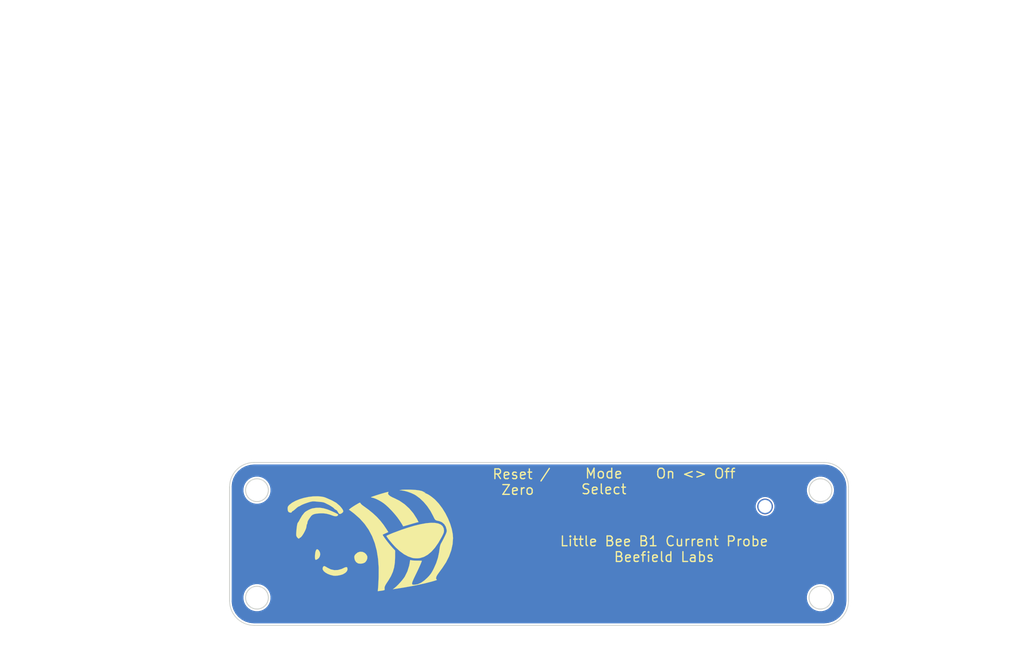
<source format=kicad_pcb>
(kicad_pcb (version 20171130) (host pcbnew 5.1.8-db9833491~87~ubuntu20.04.1)

  (general
    (thickness 1.6)
    (drawings 24)
    (tracks 169)
    (zones 0)
    (modules 1)
    (nets 1)
  )

  (page A4)
  (layers
    (0 F.Cu signal)
    (31 B.Cu signal)
    (32 B.Adhes user)
    (33 F.Adhes user)
    (34 B.Paste user)
    (35 F.Paste user)
    (36 B.SilkS user)
    (37 F.SilkS user)
    (38 B.Mask user)
    (39 F.Mask user)
    (40 Dwgs.User user)
    (41 Cmts.User user)
    (42 Eco1.User user)
    (43 Eco2.User user)
    (44 Edge.Cuts user)
    (45 Margin user)
    (46 B.CrtYd user)
    (47 F.CrtYd user)
    (48 B.Fab user)
    (49 F.Fab user)
  )

  (setup
    (last_trace_width 0.127)
    (user_trace_width 0.127)
    (user_trace_width 0.16)
    (user_trace_width 0.24)
    (user_trace_width 0.36)
    (trace_clearance 0.127)
    (zone_clearance 0.24)
    (zone_45_only no)
    (trace_min 0.127)
    (via_size 0.6)
    (via_drill 0.3)
    (via_min_size 0.6)
    (via_min_drill 0.3)
    (user_via 0.6 0.3)
    (user_via 0.8 0.4)
    (uvia_size 0.3)
    (uvia_drill 0.1)
    (uvias_allowed no)
    (uvia_min_size 0.2)
    (uvia_min_drill 0.1)
    (edge_width 0.15)
    (segment_width 0.2)
    (pcb_text_width 0.3)
    (pcb_text_size 1.5 1.5)
    (mod_edge_width 0.15)
    (mod_text_size 1 1)
    (mod_text_width 0.15)
    (pad_size 1.524 1.524)
    (pad_drill 0.762)
    (pad_to_mask_clearance 0.05)
    (solder_mask_min_width 0.099)
    (aux_axis_origin 0 0)
    (visible_elements FFFFFF3F)
    (pcbplotparams
      (layerselection 0x010f0_ffffffff)
      (usegerberextensions false)
      (usegerberattributes false)
      (usegerberadvancedattributes false)
      (creategerberjobfile false)
      (excludeedgelayer true)
      (linewidth 0.100000)
      (plotframeref false)
      (viasonmask false)
      (mode 1)
      (useauxorigin false)
      (hpglpennumber 1)
      (hpglpenspeed 20)
      (hpglpendiameter 15.000000)
      (psnegative false)
      (psa4output false)
      (plotreference false)
      (plotvalue false)
      (plotinvisibletext false)
      (padsonsilk false)
      (subtractmaskfromsilk false)
      (outputformat 1)
      (mirror false)
      (drillshape 0)
      (scaleselection 1)
      (outputdirectory "../gerbers/case-top-gerbers/"))
  )

  (net 0 "")

  (net_class Default "This is the default net class."
    (clearance 0.127)
    (trace_width 0.127)
    (via_dia 0.6)
    (via_drill 0.3)
    (uvia_dia 0.3)
    (uvia_drill 0.1)
  )

  (module wbraun_smd:bee_large_v3 (layer F.Cu) (tedit 0) (tstamp 5F16536D)
    (at 143.5 146.95)
    (fp_text reference G*** (at 0 0) (layer F.SilkS) hide
      (effects (font (size 1.524 1.524) (thickness 0.3)))
    )
    (fp_text value LOGO (at 0.75 0) (layer F.SilkS) hide
      (effects (font (size 1.524 1.524) (thickness 0.3)))
    )
    (fp_poly (pts (xy 7.62 -7.656285) (xy 7.583714 -7.62) (xy 7.547428 -7.656285) (xy 7.583714 -7.692571)
      (xy 7.62 -7.656285)) (layer F.SilkS) (width 0.01))
    (fp_poly (pts (xy -8.708572 -7.002961) (xy -8.313771 -6.965355) (xy -8.006336 -6.911555) (xy -7.728516 -6.828196)
      (xy -7.438572 -6.709078) (xy -7.267038 -6.632817) (xy -7.013022 -6.520178) (xy -6.7268 -6.393451)
      (xy -6.680235 -6.372853) (xy -6.03668 -6.013828) (xy -5.487959 -5.546112) (xy -5.1976 -5.206372)
      (xy -5.018696 -4.940868) (xy -4.94918 -4.742485) (xy -4.98729 -4.584998) (xy -5.131268 -4.442184)
      (xy -5.145632 -4.431798) (xy -5.375831 -4.303375) (xy -5.548481 -4.301286) (xy -5.686277 -4.430924)
      (xy -5.763635 -4.578624) (xy -5.924102 -4.831557) (xy -6.104173 -4.94858) (xy -6.251482 -5.018689)
      (xy -6.313704 -5.085552) (xy -6.313714 -5.086189) (xy -6.369209 -5.160366) (xy -6.510747 -5.277922)
      (xy -6.614856 -5.351232) (xy -6.841243 -5.501252) (xy -6.99097 -5.596731) (xy -7.108044 -5.663794)
      (xy -7.23647 -5.728563) (xy -7.311572 -5.764826) (xy -7.545319 -5.880114) (xy -7.761985 -5.990883)
      (xy -7.9774 -6.070917) (xy -8.23638 -6.125288) (xy -8.288128 -6.131032) (xy -8.519309 -6.151752)
      (xy -8.828987 -6.179865) (xy -9.151134 -6.209377) (xy -9.158953 -6.210097) (xy -9.424995 -6.229648)
      (xy -9.64166 -6.227422) (xy -9.85529 -6.196706) (xy -10.112226 -6.130788) (xy -10.458806 -6.022955)
      (xy -10.465238 -6.020883) (xy -10.803607 -5.903682) (xy -11.116631 -5.780804) (xy -11.361495 -5.669783)
      (xy -11.464989 -5.611507) (xy -11.641329 -5.505675) (xy -11.773555 -5.447025) (xy -11.797395 -5.442857)
      (xy -11.886352 -5.396659) (xy -12.046924 -5.274835) (xy -12.246278 -5.102542) (xy -12.270406 -5.080446)
      (xy -12.473874 -4.903596) (xy -12.644491 -4.774416) (xy -12.748483 -4.718226) (xy -12.754429 -4.717589)
      (xy -12.834792 -4.658681) (xy -12.845143 -4.608285) (xy -12.902756 -4.525276) (xy -13.041501 -4.499727)
      (xy -13.210233 -4.529349) (xy -13.357811 -4.611853) (xy -13.378181 -4.632143) (xy -13.466585 -4.819018)
      (xy -13.498286 -5.100363) (xy -13.483288 -5.320772) (xy -13.418569 -5.483031) (xy -13.274542 -5.652422)
      (xy -13.226662 -5.699667) (xy -12.814978 -6.021457) (xy -12.287893 -6.31194) (xy -11.673271 -6.563077)
      (xy -10.998976 -6.766832) (xy -10.292873 -6.915167) (xy -9.582827 -7.000043) (xy -8.896701 -7.013423)
      (xy -8.708572 -7.002961)) (layer F.SilkS) (width 0.01))
    (fp_poly (pts (xy 1.988531 -7.641871) (xy 1.944117 -7.54988) (xy 1.923294 -7.392555) (xy 2.035651 -7.216069)
      (xy 2.271865 -7.028803) (xy 2.622611 -6.839138) (xy 2.838738 -6.745736) (xy 3.676867 -6.331662)
      (xy 4.461715 -5.792331) (xy 5.177273 -5.142759) (xy 5.807534 -4.397964) (xy 6.336489 -3.572962)
      (xy 6.44999 -3.357982) (xy 6.605364 -3.051107) (xy 6.405111 -3.006686) (xy 6.262715 -2.970114)
      (xy 6.01368 -2.901223) (xy 5.690457 -2.809167) (xy 5.325498 -2.703102) (xy 5.242028 -2.67856)
      (xy 4.843319 -2.561166) (xy 4.563082 -2.479961) (xy 4.380464 -2.430456) (xy 4.274613 -2.408162)
      (xy 4.224674 -2.408592) (xy 4.209794 -2.427257) (xy 4.209143 -2.456238) (xy 4.171193 -2.536815)
      (xy 4.067502 -2.712954) (xy 3.913302 -2.959766) (xy 3.723829 -3.252359) (xy 3.696545 -3.293757)
      (xy 3.339502 -3.790189) (xy 2.909688 -4.317616) (xy 2.439355 -4.840943) (xy 1.960757 -5.325073)
      (xy 1.506145 -5.734913) (xy 1.306286 -5.894667) (xy 0.932781 -6.151617) (xy 0.521179 -6.391165)
      (xy 0.112091 -6.592715) (xy -0.253868 -6.735672) (xy -0.456955 -6.788831) (xy -0.625033 -6.826514)
      (xy -0.705646 -6.858665) (xy -0.70632 -6.865299) (xy -0.610742 -6.913554) (xy -0.402923 -6.992139)
      (xy -0.110473 -7.092546) (xy 0.238997 -7.206271) (xy 0.617878 -7.324805) (xy 0.99856 -7.439643)
      (xy 1.353433 -7.542277) (xy 1.654886 -7.624202) (xy 1.875311 -7.676911) (xy 1.978186 -7.692388)
      (xy 1.988531 -7.641871)) (layer F.SilkS) (width 0.01))
    (fp_poly (pts (xy -7.984162 -5.171241) (xy -7.378815 -4.994757) (xy -6.705407 -4.719395) (xy -6.640286 -4.689542)
      (xy -6.271315 -4.517725) (xy -6.01581 -4.393219) (xy -5.854909 -4.303708) (xy -5.769752 -4.236873)
      (xy -5.741475 -4.180395) (xy -5.751218 -4.121955) (xy -5.755109 -4.111432) (xy -5.874694 -3.986575)
      (xy -6.088146 -3.939828) (xy -6.364919 -3.974547) (xy -6.525812 -4.026725) (xy -7.080412 -4.222468)
      (xy -7.568646 -4.342611) (xy -8.042066 -4.396182) (xy -8.552225 -4.392205) (xy -8.598156 -4.389551)
      (xy -9.05489 -4.347997) (xy -9.395113 -4.280755) (xy -9.646588 -4.177973) (xy -9.837082 -4.029798)
      (xy -9.933029 -3.915857) (xy -10.173189 -3.580044) (xy -10.330748 -3.329892) (xy -10.418619 -3.141778)
      (xy -10.449716 -2.992077) (xy -10.450286 -2.969584) (xy -10.473727 -2.805797) (xy -10.522857 -2.721428)
      (xy -10.570623 -2.625623) (xy -10.594996 -2.447267) (xy -10.595783 -2.408717) (xy -10.631731 -2.19574)
      (xy -10.727889 -1.921966) (xy -10.867413 -1.61704) (xy -11.033456 -1.310608) (xy -11.209176 -1.032318)
      (xy -11.377727 -0.811814) (xy -11.522264 -0.678743) (xy -11.593286 -0.653145) (xy -11.677588 -0.607301)
      (xy -11.684 -0.580571) (xy -11.726764 -0.507677) (xy -11.832079 -0.528708) (xy -11.96548 -0.629636)
      (xy -12.049435 -0.729335) (xy -12.129992 -0.86071) (xy -12.172389 -0.998289) (xy -12.183264 -1.186346)
      (xy -12.169251 -1.469156) (xy -12.166364 -1.509477) (xy -12.12262 -2.010555) (xy -12.07181 -2.422114)
      (xy -12.016499 -2.728726) (xy -11.959253 -2.914963) (xy -11.924802 -2.962662) (xy -11.856151 -3.04822)
      (xy -11.7476 -3.227441) (xy -11.62165 -3.462943) (xy -11.611329 -3.483428) (xy -11.282257 -4.043674)
      (xy -10.901697 -4.521158) (xy -10.740238 -4.653007) (xy -10.489748 -4.807649) (xy -10.19818 -4.959905)
      (xy -9.913488 -5.084595) (xy -9.696893 -5.153757) (xy -9.112695 -5.246108) (xy -8.551953 -5.25348)
      (xy -7.984162 -5.171241)) (layer F.SilkS) (width 0.01))
    (fp_poly (pts (xy 9.10642 -2.932518) (xy 9.61462 -2.843239) (xy 10.011921 -2.676122) (xy 10.295233 -2.430977)
      (xy 10.461468 -2.107619) (xy 10.504266 -1.869272) (xy 10.511423 -1.687444) (xy 10.493672 -1.525749)
      (xy 10.439834 -1.348204) (xy 10.338732 -1.118825) (xy 10.179188 -0.801629) (xy 10.162704 -0.769716)
      (xy 9.652317 0.128628) (xy 9.124335 0.883873) (xy 8.578985 1.495816) (xy 8.016491 1.964255)
      (xy 7.43708 2.288985) (xy 6.840975 2.469804) (xy 6.526281 2.506789) (xy 6.151006 2.508223)
      (xy 5.79795 2.475739) (xy 5.624286 2.441285) (xy 4.9881 2.217437) (xy 4.3635 1.880559)
      (xy 3.735042 1.42096) (xy 3.145175 0.886341) (xy 2.909167 0.642897) (xy 2.651408 0.358616)
      (xy 2.390342 0.056126) (xy 2.144414 -0.241944) (xy 1.932067 -0.512964) (xy 1.771746 -0.734306)
      (xy 1.681894 -0.88334) (xy 1.669143 -0.92461) (xy 1.733103 -0.971301) (xy 1.909477 -1.059002)
      (xy 2.175003 -1.177159) (xy 2.50642 -1.315219) (xy 2.703286 -1.393816) (xy 3.901296 -1.844133)
      (xy 5.010029 -2.21793) (xy 6.026396 -2.515018) (xy 6.947307 -2.735209) (xy 7.769674 -2.878315)
      (xy 8.490408 -2.944148) (xy 9.10642 -2.932518)) (layer F.SilkS) (width 0.01))
    (fp_poly (pts (xy -8.855804 1.149941) (xy -8.697233 1.295316) (xy -8.537344 1.571404) (xy -8.48909 1.885472)
      (xy -8.54583 2.197902) (xy -8.700922 2.469078) (xy -8.92391 2.647629) (xy -9.095467 2.731283)
      (xy -9.185078 2.749769) (xy -9.238142 2.70756) (xy -9.255831 2.680331) (xy -9.291095 2.53991)
      (xy -9.303193 2.303411) (xy -9.293883 2.017742) (xy -9.264921 1.72981) (xy -9.218064 1.486526)
      (xy -9.210078 1.458374) (xy -9.111644 1.215362) (xy -8.997389 1.113771) (xy -8.855804 1.149941)) (layer F.SilkS) (width 0.01))
    (fp_poly (pts (xy -1.995714 1.522975) (xy -1.702875 1.652717) (xy -1.449998 1.877316) (xy -1.283587 2.152293)
      (xy -1.260268 2.226367) (xy -1.255939 2.506381) (xy -1.354636 2.803374) (xy -1.533161 3.062671)
      (xy -1.661732 3.172635) (xy -1.940467 3.290588) (xy -2.278734 3.337147) (xy -2.606296 3.30592)
      (xy -2.721429 3.269051) (xy -2.987599 3.084057) (xy -3.17066 2.797564) (xy -3.247958 2.481552)
      (xy -3.257931 2.250104) (xy -3.21637 2.087881) (xy -3.099776 1.921697) (xy -3.049475 1.863339)
      (xy -2.743767 1.612964) (xy -2.389425 1.498888) (xy -1.995714 1.522975)) (layer F.SilkS) (width 0.01))
    (fp_poly (pts (xy -7.750848 3.738944) (xy -7.567345 3.837232) (xy -7.383026 3.951867) (xy -6.872867 4.205543)
      (xy -6.32892 4.322751) (xy -5.768962 4.302699) (xy -5.210766 4.144593) (xy -5.020506 4.057206)
      (xy -4.718838 3.917087) (xy -4.515542 3.857645) (xy -4.390268 3.876066) (xy -4.325764 3.961079)
      (xy -4.293185 4.230957) (xy -4.394927 4.492767) (xy -4.620294 4.732394) (xy -4.958589 4.935724)
      (xy -5.113097 5.000003) (xy -5.449496 5.098118) (xy -5.826538 5.165473) (xy -6.185121 5.194251)
      (xy -6.458857 5.178014) (xy -6.937951 5.058376) (xy -7.361968 4.891513) (xy -7.711203 4.690077)
      (xy -7.965952 4.466719) (xy -8.106508 4.234091) (xy -8.128 4.106356) (xy -8.085015 3.871252)
      (xy -7.967866 3.730013) (xy -7.858369 3.701143) (xy -7.750848 3.738944)) (layer F.SilkS) (width 0.01))
    (fp_poly (pts (xy 5.345254 -8.033941) (xy 5.442857 -8.031044) (xy 6.125296 -7.991175) (xy 6.681027 -7.921585)
      (xy 7.105518 -7.823184) (xy 7.394237 -7.696886) (xy 7.490545 -7.61907) (xy 7.658758 -7.4907)
      (xy 7.780831 -7.43415) (xy 8.01792 -7.326464) (xy 8.322124 -7.140156) (xy 8.65833 -6.89964)
      (xy 8.991425 -6.629329) (xy 9.16856 -6.469273) (xy 9.730321 -5.867456) (xy 10.252966 -5.17129)
      (xy 10.724573 -4.406481) (xy 11.13322 -3.598735) (xy 11.466987 -2.773758) (xy 11.71395 -1.957255)
      (xy 11.862189 -1.174932) (xy 11.901714 -0.57601) (xy 11.83155 0.346449) (xy 11.624832 1.282409)
      (xy 11.287224 2.216372) (xy 10.824389 3.132839) (xy 10.241989 4.016312) (xy 10.206327 4.064)
      (xy 9.973071 4.377178) (xy 9.75604 4.67443) (xy 9.578757 4.923165) (xy 9.464748 5.09079)
      (xy 9.460976 5.096701) (xy 9.34088 5.338504) (xy 9.292992 5.553039) (xy 9.321619 5.705421)
      (xy 9.379857 5.753446) (xy 9.434917 5.78491) (xy 9.420088 5.822525) (xy 9.320651 5.872301)
      (xy 9.121886 5.940248) (xy 8.809076 6.032376) (xy 8.457299 6.130138) (xy 7.543951 6.361907)
      (xy 6.505078 6.591984) (xy 5.360284 6.816514) (xy 4.129171 7.031638) (xy 2.902857 7.222995)
      (xy 2.648857 7.260433) (xy 2.866571 7.102453) (xy 3.142657 6.8732) (xy 3.465456 6.560689)
      (xy 3.800967 6.202291) (xy 4.115193 5.835381) (xy 4.374135 5.497332) (xy 4.497127 5.310055)
      (xy 4.891958 4.507226) (xy 5.160581 3.649907) (xy 5.231727 3.287544) (xy 5.316438 2.765088)
      (xy 5.542933 2.81583) (xy 5.717438 2.838692) (xy 5.989053 2.856205) (xy 6.309768 2.865656)
      (xy 6.440746 2.866572) (xy 6.732736 2.868223) (xy 6.960522 2.872654) (xy 7.092165 2.879081)
      (xy 7.112032 2.883058) (xy 7.08126 2.997451) (xy 6.995654 3.219775) (xy 6.864965 3.527982)
      (xy 6.698948 3.900023) (xy 6.507354 4.31385) (xy 6.299938 4.747414) (xy 6.173968 5.003789)
      (xy 5.937656 5.493025) (xy 5.761074 5.887644) (xy 5.648149 6.178164) (xy 5.602811 6.3551)
      (xy 5.602722 6.382646) (xy 5.628183 6.492678) (xy 5.697314 6.547072) (xy 5.849612 6.564591)
      (xy 5.987143 6.565282) (xy 6.466973 6.490579) (xy 6.967138 6.273419) (xy 7.485831 5.914791)
      (xy 7.944827 5.494506) (xy 8.221993 5.202286) (xy 8.436403 4.943392) (xy 8.620006 4.672213)
      (xy 8.804748 4.34314) (xy 8.946843 4.064) (xy 9.314292 3.239071) (xy 9.577638 2.436231)
      (xy 9.754244 1.598117) (xy 9.806511 1.223589) (xy 9.86776 0.803629) (xy 9.93883 0.49609)
      (xy 10.028126 0.268258) (xy 10.071999 0.190223) (xy 10.176968 0.006623) (xy 10.322617 -0.26647)
      (xy 10.487146 -0.58754) (xy 10.6043 -0.823554) (xy 10.7624 -1.154137) (xy 10.862737 -1.390271)
      (xy 10.915236 -1.5659) (xy 10.92982 -1.714969) (xy 10.916414 -1.871423) (xy 10.914523 -1.884634)
      (xy 10.782347 -2.345173) (xy 10.540215 -2.72934) (xy 10.204383 -3.019646) (xy 9.791108 -3.198601)
      (xy 9.668051 -3.225613) (xy 9.428998 -3.27386) (xy 9.262347 -3.33615) (xy 9.137318 -3.440543)
      (xy 9.02313 -3.615102) (xy 8.889005 -3.887886) (xy 8.850493 -3.970948) (xy 8.434896 -4.752897)
      (xy 7.940043 -5.484113) (xy 7.384711 -6.143355) (xy 6.787677 -6.70938) (xy 6.167717 -7.160945)
      (xy 5.891456 -7.318449) (xy 5.43033 -7.529108) (xy 4.932126 -7.707537) (xy 4.444247 -7.839522)
      (xy 4.014098 -7.910851) (xy 3.889106 -7.918769) (xy 3.729543 -7.924922) (xy 3.687061 -7.935462)
      (xy 3.7703 -7.956963) (xy 3.987904 -7.996) (xy 3.991429 -7.996612) (xy 4.21267 -8.01968)
      (xy 4.538775 -8.034224) (xy 4.929663 -8.039295) (xy 5.345254 -8.033941)) (layer F.SilkS) (width 0.01))
    (fp_poly (pts (xy -2.348948 -6.021305) (xy -2.314302 -5.967096) (xy -2.308752 -5.952664) (xy -2.220905 -5.830931)
      (xy -2.052927 -5.674397) (xy -1.915758 -5.570064) (xy -1.103359 -4.978986) (xy -0.405192 -4.412828)
      (xy 0.201553 -3.848693) (xy 0.739685 -3.263687) (xy 1.232012 -2.634914) (xy 1.701345 -1.939478)
      (xy 1.701666 -1.93897) (xy 1.966851 -1.519368) (xy 1.545854 -1.329485) (xy 1.324419 -1.228332)
      (xy 1.162965 -1.152173) (xy 1.100212 -1.11968) (xy 1.118711 -1.046834) (xy 1.215573 -0.883703)
      (xy 1.375272 -0.650689) (xy 1.582283 -0.368193) (xy 1.821081 -0.056617) (xy 2.076141 0.263638)
      (xy 2.331938 0.572169) (xy 2.572946 0.848576) (xy 2.714063 1.001083) (xy 3.011714 1.312737)
      (xy 3.006223 2.343654) (xy 2.968312 3.176358) (xy 2.856626 3.914695) (xy 2.659975 4.595255)
      (xy 2.367168 5.254625) (xy 1.967018 5.929395) (xy 1.861741 6.086067) (xy 1.631718 6.435288)
      (xy 1.482667 6.700389) (xy 1.40316 6.90918) (xy 1.381766 7.089473) (xy 1.396223 7.218786)
      (xy 1.407174 7.307801) (xy 1.383004 7.369256) (xy 1.299108 7.413486) (xy 1.13088 7.450826)
      (xy 0.853713 7.491612) (xy 0.696931 7.512517) (xy 0.341575 7.559514) (xy 0.38634 7.0999)
      (xy 0.404159 6.870676) (xy 0.424664 6.532224) (xy 0.445955 6.120387) (xy 0.466135 5.671009)
      (xy 0.477959 5.370286) (xy 0.48294 3.925363) (xy 0.386297 2.581484) (xy 0.186326 1.334419)
      (xy -0.118679 0.179937) (xy -0.530423 -0.886193) (xy -1.050612 -1.868203) (xy -1.68095 -2.770322)
      (xy -2.423145 -3.596782) (xy -3.278901 -4.351814) (xy -3.513559 -4.531981) (xy -4.087974 -4.961043)
      (xy -3.857937 -5.153087) (xy -3.694417 -5.274462) (xy -3.446185 -5.441078) (xy -3.154344 -5.625815)
      (xy -2.995429 -5.722166) (xy -2.709067 -5.890647) (xy -2.522052 -5.99123) (xy -2.410105 -6.032067)
      (xy -2.348948 -6.021305)) (layer F.SilkS) (width 0.01))
  )

  (gr_text "Reset /\nZero " (at 165.9 137.75) (layer F.SilkS)
    (effects (font (size 1.5 1.5) (thickness 0.2)))
  )
  (gr_text "Mode\nSelect" (at 178.55 137.65) (layer F.SilkS)
    (effects (font (size 1.5 1.5) (thickness 0.2)))
  )
  (gr_text "On <> Off\n" (at 192.65 136.45) (layer F.SilkS) (tstamp 5F856460)
    (effects (font (size 1.5 1.5) (thickness 0.2)))
  )
  (gr_text "Little Bee B1 Current Probe\nBeefield Labs" (at 187.8 148.05) (layer F.SilkS) (tstamp 5F43DAD2)
    (effects (font (size 1.5 1.5) (thickness 0.2)))
  )
  (gr_line (start 121.1 138.5) (end 121.1 156) (layer Edge.Cuts) (width 0.15) (tstamp 5F43BC1C))
  (gr_arc (start 124.85 156) (end 121.1 156) (angle -90) (layer Edge.Cuts) (width 0.127) (tstamp 5F43BC16))
  (gr_arc (start 124.85 138.5) (end 124.85 134.75) (angle -90) (layer Edge.Cuts) (width 0.127) (tstamp 5F43BC13))
  (gr_arc (start 212.35 156) (end 212.35 159.75) (angle -90) (layer Edge.Cuts) (width 0.127) (tstamp 5F43BC0A))
  (gr_arc (start 212.35 138.5) (end 216.1 138.5) (angle -90) (layer Edge.Cuts) (width 0.127) (tstamp 5F43BC07))
  (gr_line (start 124.85 134.75) (end 212.35 134.75) (layer Edge.Cuts) (width 0.127) (tstamp 5F43BC04))
  (gr_line (start 212.35 159.75) (end 124.85 159.75) (layer Edge.Cuts) (width 0.127) (tstamp 5F43BC01))
  (gr_line (start 216.1 138.5) (end 216.1 156) (layer Edge.Cuts) (width 0.127) (tstamp 5F43BBFE))
  (gr_circle (center 211.8 139) (end 211.8 141) (layer F.Mask) (width 0.15))
  (gr_circle (center 211.8 155.5) (end 211.8 157.5) (layer F.Mask) (width 0.15))
  (gr_circle (center 125.3 155.5) (end 125.3 157.5) (layer F.Mask) (width 0.15))
  (gr_circle (center 125.3 139) (end 125.3 141) (layer F.Mask) (width 0.15))
  (gr_circle (center 125.3 139) (end 127.8 139) (layer B.Mask) (width 1.5) (tstamp 5F438441))
  (gr_circle (center 125.3 155.5) (end 127.8 155.5) (layer B.Mask) (width 1.5) (tstamp 5F15EF4B))
  (gr_circle (center 211.8 155.5) (end 214.3 155.5) (layer B.Mask) (width 1.5) (tstamp 5F15EF4B))
  (gr_circle (center 211.8 139) (end 214.3 139) (layer B.Mask) (width 1.5))
  (gr_circle (center 125.3 155.5) (end 125.3 157.25) (layer Edge.Cuts) (width 0.15) (tstamp 5F43AD56))
  (gr_circle (center 211.8 155.5) (end 211.8 157.25) (layer Edge.Cuts) (width 0.15))
  (gr_circle (center 211.8 139) (end 211.8 140.75) (layer Edge.Cuts) (width 0.15) (tstamp 5FD2EF29))
  (gr_circle (center 125.3 139) (end 125.3 140.75) (layer Edge.Cuts) (width 0.15) (tstamp 5F15EED3))

  (segment (start 162.27 114.55) (end 163.675893 114.55) (width 0.16) (layer In1.Cu) (net 0) (tstamp 5F2E3B9D))
  (segment (start 161.82 116.05) (end 162.17 115.7) (width 0.16) (layer In1.Cu) (net 0) (tstamp 5F2E3C1C))
  (segment (start 162.17 114.65) (end 162.27 114.55) (width 0.16) (layer In1.Cu) (net 0) (tstamp 5F2E3DF8))
  (segment (start 163.675893 114.55) (end 164.37 113.855893) (width 0.16) (layer In1.Cu) (net 0) (tstamp 5F2E3F0C))
  (segment (start 164.37 113.855893) (end 164.37 113.3) (width 0.16) (layer In1.Cu) (net 0) (tstamp 5F2E3F12))
  (segment (start 160.47 116.15) (end 161.97 117.65) (width 0.24) (layer In1.Cu) (net 0) (tstamp 5F2E3F6B))
  (segment (start 161.22 116.05) (end 161.82 116.05) (width 0.16) (layer In1.Cu) (net 0) (tstamp 5F2E400E))
  (segment (start 162.17 115.7) (end 162.17 114.65) (width 0.16) (layer In1.Cu) (net 0) (tstamp 5F2E40FF))
  (segment (start 160.70701 115.53701) (end 161.22 116.05) (width 0.16) (layer In1.Cu) (net 0) (tstamp 5F2E42E9))
  (segment (start 161.97 117.65) (end 164.67 117.65) (width 0.24) (layer In1.Cu) (net 0) (tstamp 5F2E434D))
  (segment (start 161.81798 118.01701) (end 164.28701 118.01701) (width 0.24) (layer In1.Cu) (net 0) (tstamp 5F2E3CF4))
  (segment (start 160.31798 116.51701) (end 161.81798 118.01701) (width 0.24) (layer In1.Cu) (net 0) (tstamp 5F2E4172))
  (segment (start 164.28701 118.01701) (end 164.52 118.25) (width 0.24) (layer In1.Cu) (net 0) (tstamp 5F2E424F))
  (segment (start 181.42 122.1) (end 181.462999 122.057001) (width 0.36) (layer In2.Cu) (net 0) (tstamp 5F2E3BA3))
  (segment (start 168.37 109.85) (end 168.37 113.65) (width 0.64) (layer In2.Cu) (net 0) (tstamp 5F2E3BA6))
  (segment (start 183.37 120.8) (end 185.22 120.8) (width 0.36) (layer In2.Cu) (net 0) (tstamp 5F2E3BAE))
  (segment (start 163.57 114.25) (end 161.27 114.25) (width 0.16) (layer In1.Cu) (net 0) (tstamp 5F2E3CEE))
  (segment (start 187.82 121.45) (end 191.87 121.45) (width 0.64) (layer In2.Cu) (net 0) (tstamp 5F2E3D1C))
  (segment (start 161.27 114.25) (end 160.84402 114.67598) (width 0.16) (layer In1.Cu) (net 0) (tstamp 5F2E3D25))
  (segment (start 176.917001 122.197001) (end 181.572999 122.197001) (width 0.64) (layer In2.Cu) (net 0) (tstamp 5F2E3DAB))
  (segment (start 181.42 122.35) (end 181.572999 122.197001) (width 0.64) (layer In2.Cu) (net 0) (tstamp 5F2E3DE1))
  (segment (start 163.77 113.25) (end 163.77 114.05) (width 0.16) (layer In1.Cu) (net 0) (tstamp 5F2E3DEF))
  (segment (start 165.27 111.05) (end 165.27 110.590438) (width 0.24) (layer In2.Cu) (net 0) (tstamp 5F2E3DF5))
  (segment (start 165.27 110.590438) (end 166.010438 109.85) (width 0.24) (layer In2.Cu) (net 0) (tstamp 5F2E3E17))
  (segment (start 183.37 120.8) (end 187.17 120.8) (width 0.64) (layer In2.Cu) (net 0) (tstamp 5F2E3E5A))
  (segment (start 175.52 120.8) (end 176.917001 122.197001) (width 0.64) (layer In2.Cu) (net 0) (tstamp 5F2E3E60))
  (segment (start 166.010438 109.85) (end 168.37 109.85) (width 0.24) (layer In2.Cu) (net 0) (tstamp 5F2E3E83))
  (segment (start 187.17 120.8) (end 187.82 121.45) (width 0.64) (layer In2.Cu) (net 0) (tstamp 5F2E3ECE))
  (segment (start 176.777001 122.057001) (end 181.462999 122.057001) (width 0.36) (layer In2.Cu) (net 0) (tstamp 5F2E408D))
  (segment (start 181.42 123.45) (end 181.42 122.35) (width 0.64) (layer In2.Cu) (net 0) (tstamp 5F2E40E3))
  (segment (start 163.77 114.05) (end 163.57 114.25) (width 0.16) (layer In1.Cu) (net 0) (tstamp 5F2E4139))
  (segment (start 181.572999 122.197001) (end 181.972999 122.197001) (width 0.64) (layer In2.Cu) (net 0) (tstamp 5F2E414F))
  (segment (start 175.52 120.8) (end 176.777001 122.057001) (width 0.36) (layer In2.Cu) (net 0) (tstamp 5F2E4176))
  (segment (start 168.37 113.65) (end 175.52 120.8) (width 0.64) (layer In2.Cu) (net 0) (tstamp 5F2E41D6))
  (segment (start 181.462999 122.057001) (end 182.112999 122.057001) (width 0.36) (layer In2.Cu) (net 0) (tstamp 5F2E424E))
  (segment (start 181.972999 122.197001) (end 183.37 120.8) (width 0.64) (layer In2.Cu) (net 0) (tstamp 5F2E42E8))
  (segment (start 182.112999 122.057001) (end 183.37 120.8) (width 0.36) (layer In2.Cu) (net 0) (tstamp 5F2E431A))
  (segment (start 161.47 114.75) (end 161.25701 114.96299) (width 0.16) (layer In1.Cu) (net 0) (tstamp 5F2E3F26))
  (segment (start 161.17 115.25) (end 161.47 115.55) (width 0.16) (layer In1.Cu) (net 0) (tstamp 5F2E3CC8))
  (segment (start 159.02 115.25) (end 161.17 115.25) (width 0.16) (layer In1.Cu) (net 0) (tstamp 5F2E40A1))
  (segment (start 123.95 111.85) (end 125.355893 111.85) (width 0.16) (layer In1.Cu) (net 0) (tstamp 5F2E3B9D))
  (segment (start 123.5 113.35) (end 123.85 113) (width 0.16) (layer In1.Cu) (net 0) (tstamp 5F2E3C1C))
  (segment (start 123.85 111.95) (end 123.95 111.85) (width 0.16) (layer In1.Cu) (net 0) (tstamp 5F2E3DF8))
  (segment (start 125.355893 111.85) (end 126.05 111.155893) (width 0.16) (layer In1.Cu) (net 0) (tstamp 5F2E3F0C))
  (segment (start 126.05 111.155893) (end 126.05 110.6) (width 0.16) (layer In1.Cu) (net 0) (tstamp 5F2E3F12))
  (segment (start 122.15 113.45) (end 123.65 114.95) (width 0.24) (layer In1.Cu) (net 0) (tstamp 5F2E3F6B))
  (segment (start 122.9 113.35) (end 123.5 113.35) (width 0.16) (layer In1.Cu) (net 0) (tstamp 5F2E400E))
  (segment (start 123.85 113) (end 123.85 111.95) (width 0.16) (layer In1.Cu) (net 0) (tstamp 5F2E40FF))
  (segment (start 122.38701 112.83701) (end 122.9 113.35) (width 0.16) (layer In1.Cu) (net 0) (tstamp 5F2E42E9))
  (segment (start 123.65 114.95) (end 126.35 114.95) (width 0.24) (layer In1.Cu) (net 0) (tstamp 5F2E434D))
  (segment (start 123.49798 115.31701) (end 125.96701 115.31701) (width 0.24) (layer In1.Cu) (net 0) (tstamp 5F2E3CF4))
  (segment (start 121.99798 113.81701) (end 123.49798 115.31701) (width 0.24) (layer In1.Cu) (net 0) (tstamp 5F2E4172))
  (segment (start 125.96701 115.31701) (end 126.2 115.55) (width 0.24) (layer In1.Cu) (net 0) (tstamp 5F2E424F))
  (segment (start 143.1 119.4) (end 143.142999 119.357001) (width 0.36) (layer In2.Cu) (net 0) (tstamp 5F2E3BA3))
  (segment (start 130.05 107.15) (end 130.05 110.95) (width 0.64) (layer In2.Cu) (net 0) (tstamp 5F2E3BA6))
  (segment (start 145.05 118.1) (end 146.9 118.1) (width 0.36) (layer In2.Cu) (net 0) (tstamp 5F2E3BAE))
  (segment (start 125.25 111.55) (end 122.95 111.55) (width 0.16) (layer In1.Cu) (net 0) (tstamp 5F2E3CEE))
  (segment (start 149.5 118.75) (end 153.55 118.75) (width 0.64) (layer In2.Cu) (net 0) (tstamp 5F2E3D1C))
  (segment (start 122.95 111.55) (end 122.52402 111.97598) (width 0.16) (layer In1.Cu) (net 0) (tstamp 5F2E3D25))
  (segment (start 138.597001 119.497001) (end 143.252999 119.497001) (width 0.64) (layer In2.Cu) (net 0) (tstamp 5F2E3DAB))
  (segment (start 143.1 119.65) (end 143.252999 119.497001) (width 0.64) (layer In2.Cu) (net 0) (tstamp 5F2E3DE1))
  (segment (start 125.45 110.55) (end 125.45 111.35) (width 0.16) (layer In1.Cu) (net 0) (tstamp 5F2E3DEF))
  (segment (start 126.95 108.35) (end 126.95 107.890438) (width 0.24) (layer In2.Cu) (net 0) (tstamp 5F2E3DF5))
  (segment (start 126.95 107.890438) (end 127.690438 107.15) (width 0.24) (layer In2.Cu) (net 0) (tstamp 5F2E3E17))
  (segment (start 145.05 118.1) (end 148.85 118.1) (width 0.64) (layer In2.Cu) (net 0) (tstamp 5F2E3E5A))
  (segment (start 137.2 118.1) (end 138.597001 119.497001) (width 0.64) (layer In2.Cu) (net 0) (tstamp 5F2E3E60))
  (segment (start 127.690438 107.15) (end 130.05 107.15) (width 0.24) (layer In2.Cu) (net 0) (tstamp 5F2E3E83))
  (segment (start 148.85 118.1) (end 149.5 118.75) (width 0.64) (layer In2.Cu) (net 0) (tstamp 5F2E3ECE))
  (segment (start 138.457001 119.357001) (end 143.142999 119.357001) (width 0.36) (layer In2.Cu) (net 0) (tstamp 5F2E408D))
  (segment (start 143.1 120.75) (end 143.1 119.65) (width 0.64) (layer In2.Cu) (net 0) (tstamp 5F2E40E3))
  (segment (start 125.45 111.35) (end 125.25 111.55) (width 0.16) (layer In1.Cu) (net 0) (tstamp 5F2E4139))
  (segment (start 143.252999 119.497001) (end 143.652999 119.497001) (width 0.64) (layer In2.Cu) (net 0) (tstamp 5F2E414F))
  (segment (start 137.2 118.1) (end 138.457001 119.357001) (width 0.36) (layer In2.Cu) (net 0) (tstamp 5F2E4176))
  (segment (start 130.05 110.95) (end 137.2 118.1) (width 0.64) (layer In2.Cu) (net 0) (tstamp 5F2E41D6))
  (segment (start 143.142999 119.357001) (end 143.792999 119.357001) (width 0.36) (layer In2.Cu) (net 0) (tstamp 5F2E424E))
  (segment (start 143.652999 119.497001) (end 145.05 118.1) (width 0.64) (layer In2.Cu) (net 0) (tstamp 5F2E42E8))
  (segment (start 143.792999 119.357001) (end 145.05 118.1) (width 0.36) (layer In2.Cu) (net 0) (tstamp 5F2E431A))
  (segment (start 123.15 112.05) (end 122.93701 112.26299) (width 0.16) (layer In1.Cu) (net 0) (tstamp 5F2E3F26))
  (segment (start 122.85 112.55) (end 123.15 112.85) (width 0.16) (layer In1.Cu) (net 0) (tstamp 5F2E3CC8))
  (segment (start 120.7 112.55) (end 122.85 112.55) (width 0.16) (layer In1.Cu) (net 0) (tstamp 5F2E40A1))
  (segment (start 86.842956 77.752626) (end 87.297374 77.752626) (width 0.24) (layer In1.Cu) (net 0) (tstamp 5F437D6F))
  (segment (start 87.297374 77.752626) (end 87.6 77.45) (width 0.24) (layer In1.Cu) (net 0) (tstamp 5F437D70))
  (segment (start 87.6 77.45) (end 87.75 77.3) (width 0.24) (layer In1.Cu) (net 0) (tstamp 5F437D71))
  (segment (start 87.75 77.3) (end 91.15 77.3) (width 0.24) (layer In1.Cu) (net 0) (tstamp 5F437D72))
  (segment (start 122.240438 77.3) (end 125.740438 80.8) (width 0.24) (layer In1.Cu) (net 0) (tstamp 5F437D73))
  (segment (start 91.15 77.3) (end 122.240438 77.3) (width 0.24) (layer In1.Cu) (net 0) (tstamp 5F437D74))
  (segment (start 125.740438 80.8) (end 126.590438 81.65) (width 0.24) (layer In1.Cu) (net 0) (tstamp 5F437D76))
  (segment (start 126.590438 81.65) (end 127.05 81.65) (width 0.24) (layer In1.Cu) (net 0) (tstamp 5F437D77))
  (segment (start 153.15 81.5) (end 151.6 81.5) (width 0.24) (layer In2.Cu) (net 0) (tstamp 5F437D83))
  (segment (start 87.6 74.5) (end 88.6 74.5) (width 0.16) (layer In1.Cu) (net 0) (tstamp 5F437DD7))
  (segment (start 88.6 78.5) (end 87.85 78.5) (width 0.16) (layer In1.Cu) (net 0) (tstamp 5F437DD8))
  (segment (start 86.614475 78.228627) (end 87.071437 78.228627) (width 0.24) (layer In1.Cu) (net 0) (tstamp 5F437E25))
  (segment (start 86.45 78.186) (end 86.571848 78.186) (width 0.24) (layer In1.Cu) (net 0) (tstamp 5F437E26))
  (segment (start 86.571848 78.186) (end 86.614475 78.228627) (width 0.24) (layer In1.Cu) (net 0) (tstamp 5F437E27))
  (segment (start 87.071437 78.228627) (end 87.471373 78.228627) (width 0.24) (layer In1.Cu) (net 0) (tstamp 5F437E29))
  (segment (start 87.471373 78.228627) (end 88 77.7) (width 0.24) (layer In1.Cu) (net 0) (tstamp 5F437E2A))
  (segment (start 88 77.7) (end 122.05 77.7) (width 0.24) (layer In1.Cu) (net 0) (tstamp 5F437E2B))
  (segment (start 122.05 77.7) (end 126.8 82.45) (width 0.24) (layer In1.Cu) (net 0) (tstamp 5F437E2D))
  (segment (start 126.8 82.45) (end 127.4 82.45) (width 0.24) (layer In1.Cu) (net 0) (tstamp 5F437E2E))
  (segment (start 142.3 81.15) (end 144.9 81.15) (width 0.36) (layer In2.Cu) (net 0) (tstamp 5F437D3A))
  (segment (start 137.35 81.2) (end 137.4 81.15) (width 0.36) (layer In2.Cu) (net 0) (tstamp 5F437D3B))
  (segment (start 137.35 82.1) (end 137.35 81.2) (width 0.36) (layer In2.Cu) (net 0) (tstamp 5F437D3C))
  (segment (start 134.55 81.15) (end 137.4 81.15) (width 0.36) (layer In2.Cu) (net 0) (tstamp 5F437D3D))
  (segment (start 137.4 81.15) (end 142.3 81.15) (width 0.36) (layer In2.Cu) (net 0) (tstamp 5F437D3E))
  (segment (start 142.3 84.35) (end 142.3 81.15) (width 0.36) (layer In2.Cu) (net 0) (tstamp 5F437D3F))
  (segment (start 142.7 84.75) (end 142.3 84.35) (width 0.36) (layer In2.Cu) (net 0) (tstamp 5F437D40))
  (segment (start 130.15 71.15) (end 130.15 76.75) (width 0.36) (layer In2.Cu) (net 0) (tstamp 5F437EAE))
  (segment (start 130.15 76.75) (end 134.55 81.15) (width 0.36) (layer In2.Cu) (net 0) (tstamp 5F437EAF))
  (segment (start 146.765638 81.15) (end 148.115638 82.5) (width 0.36) (layer In2.Cu) (net 0) (tstamp 5F437EB0))
  (segment (start 152.15 82.5) (end 153.15 83.5) (width 0.36) (layer In2.Cu) (net 0) (tstamp 5F437EB1))
  (segment (start 148.115638 82.5) (end 152.15 82.5) (width 0.36) (layer In2.Cu) (net 0) (tstamp 5F437EB2))
  (segment (start 144.9 82.15) (end 144.9 81.15) (width 0.36) (layer In2.Cu) (net 0) (tstamp 5F437EB3))
  (segment (start 144.9 81.15) (end 146.765638 81.15) (width 0.36) (layer In2.Cu) (net 0) (tstamp 5F438170))
  (segment (start 86.648319 76.26299) (end 86.507783 76.122454) (width 0.16) (layer In1.Cu) (net 0) (tstamp 5F437EF5))
  (segment (start 123.2 76) (end 122.93701 76.26299) (width 0.16) (layer In1.Cu) (net 0) (tstamp 5F437EF6))
  (segment (start 122.93701 76.26299) (end 86.648319 76.26299) (width 0.16) (layer In1.Cu) (net 0) (tstamp 5F437EF7))
  (segment (start 86.472149 76.706369) (end 86.478518 76.7) (width 0.16) (layer In1.Cu) (net 0) (tstamp 5F437EFB))
  (segment (start 86.472149 76.706369) (end 86.493631 76.706369) (width 0.16) (layer In1.Cu) (net 0) (tstamp 5F437EFC))
  (segment (start 86.493631 76.706369) (end 86.65 76.55) (width 0.16) (layer In1.Cu) (net 0) (tstamp 5F437EFD))
  (segment (start 86.65 76.55) (end 87.1 76.55) (width 0.16) (layer In1.Cu) (net 0) (tstamp 5F437EFE))
  (segment (start 88.118883 76.55) (end 87.85 76.55) (width 0.16) (layer In1.Cu) (net 0) (tstamp 5F437F03))
  (segment (start 123 76.55) (end 88.118883 76.55) (width 0.16) (layer In1.Cu) (net 0) (tstamp 5F437F04))
  (segment (start 123.2 76.75) (end 123 76.55) (width 0.16) (layer In1.Cu) (net 0) (tstamp 5F437F05))
  (segment (start 87.1 76.55) (end 87.85 76.55) (width 0.16) (layer In1.Cu) (net 0) (tstamp 5F437F06))
  (segment (start 87.85 76.55) (end 88.3 76.55) (width 0.16) (layer In1.Cu) (net 0) (tstamp 5F437F07))
  (segment (start 124.2 74.25) (end 124.5 74.25) (width 0.16) (layer In1.Cu) (net 0) (tstamp 5F4380AC))
  (segment (start 122.47402 75.97598) (end 124.2 74.25) (width 0.16) (layer In1.Cu) (net 0) (tstamp 5F4380AD))
  (segment (start 86.550808 75.539036) (end 86.987752 75.97598) (width 0.16) (layer In1.Cu) (net 0) (tstamp 5F4380AE))
  (segment (start 86.987752 75.97598) (end 122.47402 75.97598) (width 0.16) (layer In1.Cu) (net 0) (tstamp 5F4380AF))
  (segment (start 86.445927 77.290783) (end 86.533017 77.290783) (width 0.16) (layer In1.Cu) (net 0) (tstamp 5F4380B3))
  (segment (start 124.449638 78.75) (end 124.5 78.75) (width 0.16) (layer In1.Cu) (net 0) (tstamp 5F4380B7))
  (segment (start 86.95 76.85) (end 122.549638 76.85) (width 0.16) (layer In1.Cu) (net 0) (tstamp 5F4380B8))
  (segment (start 122.549638 76.85) (end 124.449638 78.75) (width 0.16) (layer In1.Cu) (net 0) (tstamp 5F4380B9))
  (segment (start 86.509217 77.290783) (end 86.95 76.85) (width 0.16) (layer In1.Cu) (net 0) (tstamp 5F4380BA))
  (segment (start 86.445927 77.290783) (end 86.509217 77.290783) (width 0.16) (layer In1.Cu) (net 0) (tstamp 5F4380BB))
  (segment (start 90.140438 101.5) (end 93.640438 105) (width 0.24) (layer In1.Cu) (net 0) (tstamp 5F856426))
  (segment (start 93.640438 105) (end 94.490438 105.85) (width 0.24) (layer In1.Cu) (net 0) (tstamp 5F856428))
  (segment (start 94.490438 105.85) (end 94.95 105.85) (width 0.24) (layer In1.Cu) (net 0) (tstamp 5F856429))
  (segment (start 121.05 105.7) (end 119.5 105.7) (width 0.24) (layer In2.Cu) (net 0) (tstamp 5F856434))
  (segment (start 119.1 98.95) (end 118 98.95) (width 0.16) (layer In1.Cu) (net 0) (tstamp 5F856A13))
  (segment (start 89.95 101.9) (end 94.7 106.65) (width 0.24) (layer In1.Cu) (net 0) (tstamp 5F856A44))
  (segment (start 94.7 106.65) (end 95.3 106.65) (width 0.24) (layer In1.Cu) (net 0) (tstamp 5F856A45))
  (segment (start 98.05 95.35) (end 98.05 100.95) (width 0.36) (layer In2.Cu) (net 0) (tstamp 5F856589))
  (segment (start 98.05 100.95) (end 102.45 105.35) (width 0.36) (layer In2.Cu) (net 0) (tstamp 5F85658A))
  (segment (start 114.665638 105.35) (end 116.015638 106.7) (width 0.36) (layer In2.Cu) (net 0) (tstamp 5F85658B))
  (segment (start 120.05 106.7) (end 121.05 107.7) (width 0.36) (layer In2.Cu) (net 0) (tstamp 5F85658C))
  (segment (start 116.015638 106.7) (end 120.05 106.7) (width 0.36) (layer In2.Cu) (net 0) (tstamp 5F85658D))
  (segment (start 112.8 106.35) (end 112.8 105.35) (width 0.36) (layer In2.Cu) (net 0) (tstamp 5F85658E))
  (segment (start 112.8 105.35) (end 114.665638 105.35) (width 0.36) (layer In2.Cu) (net 0) (tstamp 5F85658F))
  (segment (start 110.2 105.35) (end 112.8 105.35) (width 0.36) (layer In2.Cu) (net 0) (tstamp 5F856590))
  (segment (start 105.25 105.4) (end 105.3 105.35) (width 0.36) (layer In2.Cu) (net 0) (tstamp 5F856591))
  (segment (start 105.25 106.3) (end 105.25 105.4) (width 0.36) (layer In2.Cu) (net 0) (tstamp 5F856592))
  (segment (start 102.45 105.35) (end 105.3 105.35) (width 0.36) (layer In2.Cu) (net 0) (tstamp 5F856593))
  (segment (start 105.3 105.35) (end 110.2 105.35) (width 0.36) (layer In2.Cu) (net 0) (tstamp 5F856594))
  (segment (start 110.2 108.55) (end 110.2 105.35) (width 0.36) (layer In2.Cu) (net 0) (tstamp 5F856595))
  (segment (start 110.6 108.95) (end 110.2 108.55) (width 0.36) (layer In2.Cu) (net 0) (tstamp 5F856596))
  (segment (start 91.1 100.2) (end 90.83701 100.46299) (width 0.16) (layer In1.Cu) (net 0) (tstamp 5F856C4B))
  (segment (start 91.1 100.95) (end 90.9 100.75) (width 0.16) (layer In1.Cu) (net 0) (tstamp 5F8566FE))
  (segment (start 117.65 111.15) (end 170.6 111.15) (width 0.24) (layer In2.Cu) (net 0) (tstamp 5F856903))
  (segment (start 170.6 111.15) (end 173.4 108.35) (width 0.24) (layer In2.Cu) (net 0) (tstamp 5F856904))
  (segment (start 173.4 108.35) (end 173.4 102.5) (width 0.24) (layer In2.Cu) (net 0) (tstamp 5F856905))
  (segment (start 175.2 100.7) (end 178 100.7) (width 0.24) (layer In2.Cu) (net 0) (tstamp 5F856906))
  (segment (start 173.4 102.5) (end 175.2 100.7) (width 0.24) (layer In2.Cu) (net 0) (tstamp 5F856907))
  (segment (start 117.65 111.15) (end 115.8 111.15) (width 0.24) (layer In2.Cu) (net 0) (tstamp 5F856909))
  (segment (start 92.1 98.45) (end 92.4 98.45) (width 0.16) (layer In1.Cu) (net 0) (tstamp 5F856750))
  (segment (start 90.37402 100.17598) (end 92.1 98.45) (width 0.16) (layer In1.Cu) (net 0) (tstamp 5F856751))
  (segment (start 92.349638 102.95) (end 92.4 102.95) (width 0.16) (layer In1.Cu) (net 0) (tstamp 5F856755))
  (segment (start 90.449638 101.05) (end 92.349638 102.95) (width 0.16) (layer In1.Cu) (net 0) (tstamp 5F856756))
  (via (at 203.3 141.5) (size 2.4) (drill 2) (layers F.Cu B.Cu) (net 0))

  (zone (net 0) (net_name "") (layer B.Cu) (tstamp 5F85656D) (hatch edge 0.508)
    (connect_pads yes (clearance 0.24))
    (min_thickness 0.24)
    (fill yes (arc_segments 32) (thermal_gap 0.508) (thermal_bridge_width 0.508))
    (polygon
      (pts
        (xy 219.45 162.9) (xy 118.780472 162.65) (xy 118.780472 130.65) (xy 219.45 130.9)
      )
    )
    (filled_polygon
      (pts
        (xy 212.995726 135.238845) (xy 213.616858 135.426375) (xy 214.189731 135.730978) (xy 214.692537 136.141057) (xy 215.106109 136.64098)
        (xy 215.414707 137.211718) (xy 215.606568 137.831525) (xy 215.676487 138.496753) (xy 215.6765 138.500609) (xy 215.676501 155.979276)
        (xy 215.611155 156.645726) (xy 215.423624 157.266859) (xy 215.119022 157.839732) (xy 214.708943 158.342537) (xy 214.20902 158.756109)
        (xy 213.638283 159.064706) (xy 213.018479 159.256567) (xy 212.353247 159.326487) (xy 212.349391 159.3265) (xy 124.870714 159.3265)
        (xy 124.204274 159.261155) (xy 123.583141 159.073624) (xy 123.010268 158.769022) (xy 122.507463 158.358943) (xy 122.093891 157.85902)
        (xy 121.785294 157.288283) (xy 121.593433 156.668479) (xy 121.530364 156.068428) (xy 121.535 156.021362) (xy 121.535 155.283872)
        (xy 123.105618 155.283872) (xy 123.105618 155.716128) (xy 123.189947 156.140078) (xy 123.355364 156.53943) (xy 123.595512 156.898837)
        (xy 123.901163 157.204488) (xy 124.26057 157.444636) (xy 124.659922 157.610053) (xy 125.083872 157.694382) (xy 125.516128 157.694382)
        (xy 125.940078 157.610053) (xy 126.33943 157.444636) (xy 126.698837 157.204488) (xy 127.004488 156.898837) (xy 127.244636 156.53943)
        (xy 127.410053 156.140078) (xy 127.494382 155.716128) (xy 127.494382 155.283872) (xy 209.605618 155.283872) (xy 209.605618 155.716128)
        (xy 209.689947 156.140078) (xy 209.855364 156.53943) (xy 210.095512 156.898837) (xy 210.401163 157.204488) (xy 210.76057 157.444636)
        (xy 211.159922 157.610053) (xy 211.583872 157.694382) (xy 212.016128 157.694382) (xy 212.440078 157.610053) (xy 212.83943 157.444636)
        (xy 213.198837 157.204488) (xy 213.504488 156.898837) (xy 213.744636 156.53943) (xy 213.910053 156.140078) (xy 213.994382 155.716128)
        (xy 213.994382 155.283872) (xy 213.910053 154.859922) (xy 213.744636 154.46057) (xy 213.504488 154.101163) (xy 213.198837 153.795512)
        (xy 212.83943 153.555364) (xy 212.440078 153.389947) (xy 212.016128 153.305618) (xy 211.583872 153.305618) (xy 211.159922 153.389947)
        (xy 210.76057 153.555364) (xy 210.401163 153.795512) (xy 210.095512 154.101163) (xy 209.855364 154.46057) (xy 209.689947 154.859922)
        (xy 209.605618 155.283872) (xy 127.494382 155.283872) (xy 127.410053 154.859922) (xy 127.244636 154.46057) (xy 127.004488 154.101163)
        (xy 126.698837 153.795512) (xy 126.33943 153.555364) (xy 125.940078 153.389947) (xy 125.516128 153.305618) (xy 125.083872 153.305618)
        (xy 124.659922 153.389947) (xy 124.26057 153.555364) (xy 123.901163 153.795512) (xy 123.595512 154.101163) (xy 123.355364 154.46057)
        (xy 123.189947 154.859922) (xy 123.105618 155.283872) (xy 121.535 155.283872) (xy 121.535 141.346353) (xy 201.74 141.346353)
        (xy 201.74 141.653647) (xy 201.79995 141.955035) (xy 201.917546 142.238937) (xy 202.088269 142.494442) (xy 202.305558 142.711731)
        (xy 202.561063 142.882454) (xy 202.844965 143.00005) (xy 203.146353 143.06) (xy 203.453647 143.06) (xy 203.755035 143.00005)
        (xy 204.038937 142.882454) (xy 204.294442 142.711731) (xy 204.511731 142.494442) (xy 204.682454 142.238937) (xy 204.80005 141.955035)
        (xy 204.86 141.653647) (xy 204.86 141.346353) (xy 204.80005 141.044965) (xy 204.682454 140.761063) (xy 204.511731 140.505558)
        (xy 204.294442 140.288269) (xy 204.038937 140.117546) (xy 203.755035 139.99995) (xy 203.453647 139.94) (xy 203.146353 139.94)
        (xy 202.844965 139.99995) (xy 202.561063 140.117546) (xy 202.305558 140.288269) (xy 202.088269 140.505558) (xy 201.917546 140.761063)
        (xy 201.79995 141.044965) (xy 201.74 141.346353) (xy 121.535 141.346353) (xy 121.535 138.783872) (xy 123.105618 138.783872)
        (xy 123.105618 139.216128) (xy 123.189947 139.640078) (xy 123.355364 140.03943) (xy 123.595512 140.398837) (xy 123.901163 140.704488)
        (xy 124.26057 140.944636) (xy 124.659922 141.110053) (xy 125.083872 141.194382) (xy 125.516128 141.194382) (xy 125.940078 141.110053)
        (xy 126.33943 140.944636) (xy 126.698837 140.704488) (xy 127.004488 140.398837) (xy 127.244636 140.03943) (xy 127.410053 139.640078)
        (xy 127.494382 139.216128) (xy 127.494382 138.783872) (xy 209.605618 138.783872) (xy 209.605618 139.216128) (xy 209.689947 139.640078)
        (xy 209.855364 140.03943) (xy 210.095512 140.398837) (xy 210.401163 140.704488) (xy 210.76057 140.944636) (xy 211.159922 141.110053)
        (xy 211.583872 141.194382) (xy 212.016128 141.194382) (xy 212.440078 141.110053) (xy 212.83943 140.944636) (xy 213.198837 140.704488)
        (xy 213.504488 140.398837) (xy 213.744636 140.03943) (xy 213.910053 139.640078) (xy 213.994382 139.216128) (xy 213.994382 138.783872)
        (xy 213.910053 138.359922) (xy 213.744636 137.96057) (xy 213.504488 137.601163) (xy 213.198837 137.295512) (xy 212.83943 137.055364)
        (xy 212.440078 136.889947) (xy 212.016128 136.805618) (xy 211.583872 136.805618) (xy 211.159922 136.889947) (xy 210.76057 137.055364)
        (xy 210.401163 137.295512) (xy 210.095512 137.601163) (xy 209.855364 137.96057) (xy 209.689947 138.359922) (xy 209.605618 138.783872)
        (xy 127.494382 138.783872) (xy 127.410053 138.359922) (xy 127.244636 137.96057) (xy 127.004488 137.601163) (xy 126.698837 137.295512)
        (xy 126.33943 137.055364) (xy 125.940078 136.889947) (xy 125.516128 136.805618) (xy 125.083872 136.805618) (xy 124.659922 136.889947)
        (xy 124.26057 137.055364) (xy 123.901163 137.295512) (xy 123.595512 137.601163) (xy 123.355364 137.96057) (xy 123.189947 138.359922)
        (xy 123.105618 138.783872) (xy 121.535 138.783872) (xy 121.535 138.478638) (xy 121.531304 138.441118) (xy 121.588845 137.854274)
        (xy 121.776375 137.233142) (xy 122.080978 136.660269) (xy 122.491057 136.157463) (xy 122.99098 135.743891) (xy 123.561718 135.435293)
        (xy 124.181525 135.243432) (xy 124.846753 135.173513) (xy 124.850609 135.1735) (xy 212.329286 135.1735)
      )
    )
  )
  (zone (net 0) (net_name "") (layer In1.Cu) (tstamp 5F85656A) (hatch edge 0.508)
    (connect_pads yes (clearance 0.2))
    (min_thickness 0.2)
    (fill yes (arc_segments 32) (thermal_gap 0.508) (thermal_bridge_width 0.508))
    (polygon
      (pts
        (xy 242.57 120.45) (xy 239.32 123.7) (xy 190.32 123.7) (xy 190.32 102.7) (xy 242.57 102.7)
      )
    )
  )
  (zone (net 0) (net_name "") (layer In2.Cu) (tstamp 5F856567) (hatch edge 0.508)
    (priority 2)
    (connect_pads yes (clearance 0.2))
    (min_thickness 0.2)
    (fill yes (arc_segments 32) (thermal_gap 0.508) (thermal_bridge_width 0.508))
    (polygon
      (pts
        (xy 242.57 120.45) (xy 240.32 122.7) (xy 191.32 122.7) (xy 191.32 102.7) (xy 242.57 102.7)
      )
    )
  )
  (zone (net 0) (net_name "") (layer In2.Cu) (tstamp 5F856564) (hatch edge 0.508)
    (priority 1)
    (connect_pads yes (clearance 0.2))
    (min_thickness 0.2)
    (fill yes (arc_segments 32) (thermal_gap 0.508) (thermal_bridge_width 0.508))
    (polygon
      (pts
        (xy 243.07 127.7) (xy 164.07 127.7) (xy 164.07 102.7) (xy 243.07 102.7)
      )
    )
  )
  (zone (net 0) (net_name "") (layer In1.Cu) (tstamp 5F856561) (hatch edge 0.508)
    (connect_pads yes (clearance 0.2))
    (min_thickness 0.2)
    (fill yes (arc_segments 32) (thermal_gap 0.508) (thermal_bridge_width 0.508))
    (polygon
      (pts
        (xy 204.25 117.75) (xy 201 121) (xy 152 121) (xy 152 100) (xy 204.25 100)
      )
    )
  )
  (zone (net 0) (net_name "") (layer In2.Cu) (tstamp 5F85655E) (hatch edge 0.508)
    (priority 2)
    (connect_pads yes (clearance 0.2))
    (min_thickness 0.2)
    (fill yes (arc_segments 32) (thermal_gap 0.508) (thermal_bridge_width 0.508))
    (polygon
      (pts
        (xy 204.25 117.75) (xy 202 120) (xy 153 120) (xy 153 100) (xy 204.25 100)
      )
    )
  )
  (zone (net 0) (net_name "") (layer In2.Cu) (tstamp 5F85655B) (hatch edge 0.508)
    (priority 1)
    (connect_pads yes (clearance 0.2))
    (min_thickness 0.2)
    (fill yes (arc_segments 32) (thermal_gap 0.508) (thermal_bridge_width 0.508))
    (polygon
      (pts
        (xy 204.75 125) (xy 125.75 125) (xy 125.75 100) (xy 204.75 100)
      )
    )
  )
  (zone (net 0) (net_name "") (layer In2.Cu) (tstamp 5F856558) (hatch edge 0.508)
    (priority 5)
    (connect_pads yes (clearance 0.16))
    (min_thickness 0.16)
    (fill yes (arc_segments 32) (thermal_gap 0.508) (thermal_bridge_width 0.508))
    (polygon
      (pts
        (xy 88.1 79) (xy 85.85 79) (xy 85.85 74) (xy 88.1 74)
      )
    )
  )
  (zone (net 0) (net_name "") (layer In2.Cu) (tstamp 5F856555) (hatch edge 0.508)
    (priority 2)
    (connect_pads yes (clearance 0.2))
    (min_thickness 0.2)
    (fill yes (arc_segments 32) (thermal_gap 0.508) (thermal_bridge_width 0.508))
    (polygon
      (pts
        (xy 124.85 89) (xy 85.85 88.75) (xy 85.85 63.75) (xy 124.85 64)
      )
    )
  )
  (zone (net 0) (net_name "") (layer In1.Cu) (tstamp 5F856552) (hatch edge 0.508)
    (priority 6)
    (connect_pads yes (clearance 0.2))
    (min_thickness 0.2)
    (fill yes (arc_segments 32) (thermal_gap 0.508) (thermal_bridge_width 0.508))
    (polygon
      (pts
        (xy 203.6 81.75) (xy 200.35 85) (xy 151.35 85) (xy 151.35 64) (xy 203.6 64)
      )
    )
  )
  (zone (net 0) (net_name "") (layer In1.Cu) (tstamp 5F85654F) (hatch edge 0.508)
    (priority 3)
    (connect_pads yes (clearance 0.16))
    (min_thickness 0.16)
    (fill yes (arc_segments 32) (thermal_gap 0.508) (thermal_bridge_width 0.508))
    (polygon
      (pts
        (xy 88.05 79) (xy 85.85 79) (xy 85.85 74) (xy 88.05 74)
      )
    )
  )
  (zone (net 0) (net_name "") (layer In2.Cu) (tstamp 5F85654C) (hatch edge 0.508)
    (priority 2)
    (connect_pads thru_hole_only (clearance 0.2))
    (min_thickness 0.2)
    (fill yes (arc_segments 32) (thermal_gap 0.508) (thermal_bridge_width 0.508))
    (polygon
      (pts
        (xy 203.6 81.75) (xy 201.35 84) (xy 152.35 84) (xy 152.35 64) (xy 203.6 64)
      )
    )
  )
  (zone (net 0) (net_name "") (layer In1.Cu) (tstamp 5F856549) (hatch edge 0.508)
    (priority 2)
    (connect_pads thru_hole_only (clearance 0.2))
    (min_thickness 0.2)
    (fill yes (arc_segments 32) (thermal_gap 0.508) (thermal_bridge_width 0.508))
    (polygon
      (pts
        (xy 151.35 85.25) (xy 200.85 85.25) (xy 204.1 82) (xy 204.1 64) (xy 214.6 64)
        (xy 214.6 89) (xy 85.85 89) (xy 85.85 64) (xy 151.35 64)
      )
    )
  )
  (zone (net 0) (net_name "") (layer In2.Cu) (tstamp 5F856546) (hatch edge 0.508)
    (priority 1)
    (connect_pads thru_hole_only (clearance 0.2))
    (min_thickness 0.2)
    (fill yes (arc_segments 32) (thermal_gap 0.508) (thermal_bridge_width 0.508))
    (polygon
      (pts
        (xy 214.35 89) (xy 125.1 89) (xy 125.1 64) (xy 214.35 64)
      )
    )
  )
  (zone (net 0) (net_name "") (layer In2.Cu) (tstamp 5F856543) (hatch edge 0.508)
    (priority 10)
    (connect_pads (clearance 0.16))
    (min_thickness 0.254)
    (fill yes (arc_segments 32) (thermal_gap 0.508) (thermal_bridge_width 0.508))
    (polygon
      (pts
        (xy 182.25 113.2) (xy 120.25 113.2) (xy 120.25 109.45) (xy 168.25 109.45) (xy 172 106.2)
        (xy 172 88.2) (xy 182.25 88.2)
      )
    )
  )
  (zone (net 0) (net_name "") (layer In2.Cu) (tstamp 5F856540) (hatch edge 0.508)
    (priority 1)
    (connect_pads thru_hole_only (clearance 0.2))
    (min_thickness 0.2)
    (fill yes (arc_segments 32) (thermal_gap 0.508) (thermal_bridge_width 0.508))
    (polygon
      (pts
        (xy 182.25 113.2) (xy 93 113.2) (xy 93 88.2) (xy 182.25 88.2)
      )
    )
  )
  (zone (net 0) (net_name "") (layer In2.Cu) (tstamp 5F85653D) (hatch edge 0.508)
    (priority 2)
    (connect_pads thru_hole_only (clearance 0.2))
    (min_thickness 0.2)
    (fill yes (arc_segments 32) (thermal_gap 0.508) (thermal_bridge_width 0.508))
    (polygon
      (pts
        (xy 171.5 105.95) (xy 168.25 109.2) (xy 120.25 109.2) (xy 120.25 88.2) (xy 171.5 88.2)
      )
    )
  )
  (zone (net 0) (net_name "") (layer In1.Cu) (tstamp 5F85653A) (hatch edge 0.508)
    (priority 6)
    (connect_pads yes (clearance 0.2))
    (min_thickness 0.2)
    (fill yes (arc_segments 32) (thermal_gap 0.508) (thermal_bridge_width 0.508))
    (polygon
      (pts
        (xy 171.5 105.95) (xy 168.25 109.2) (xy 119.25 109.2) (xy 119.25 88.2) (xy 171.5 88.2)
      )
    )
  )
  (zone (net 0) (net_name "") (layer F.Cu) (tstamp 5F856509) (hatch edge 0.508)
    (connect_pads (clearance 0.24))
    (min_thickness 0.254)
    (fill yes (arc_segments 32) (thermal_gap 0.508) (thermal_bridge_width 0.508))
    (polygon
      (pts
        (xy 155 144.2) (xy 154.5 142.95) (xy 157 142.45)
      )
    )
    (filled_polygon
      (pts
        (xy 155.05132 143.986341) (xy 154.67462 143.044591) (xy 156.558121 142.667891)
      )
    )
  )
)

</source>
